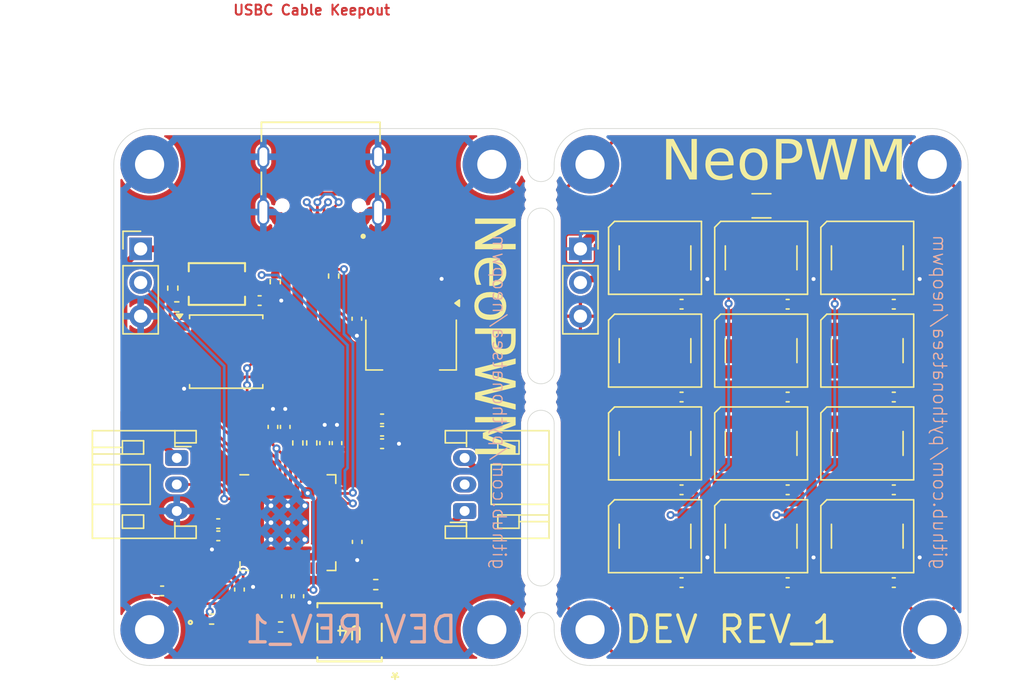
<source format=kicad_pcb>
(kicad_pcb (version 20241229) (generator "pcbnew") (generator_version "9.0")
  (layers (0 "F.Cu" signal) (2 "B.Cu" signal) (13 "F.Paste" user) (15 "B.Paste" user) (5 "F.SilkS" user "F.Silkscreen") (7 "B.SilkS" user "B.Silkscreen") (1 "F.Mask" user) (3 "B.Mask" user) (25 "Edge.Cuts" user))
  (net 0 "")
  (net 2 "+3V3")
  (net 3 "+1V1")
  (net 4 "Net-(C15-Pad2)")
  (net 5 "/RP2040 Circuitry/XIN")
  (net 6 "USB D+")
  (net 8 "USB D-")
  (net 20 "/PWM Signal")
  (net 21 "/PWM 5v")
  (net 22 "/PWM GND")
  (net 26 "Net-(R3-Pad1)")
  (net 33 "/RP2040 Circuitry/XOUT")
  (net 35 "Net-(R5-Pad2)")
  (net 36 "PWM Signal GPIO")
  (net 38 "Net-(U1-USB_DP)")
  (net 39 "Net-(U1-USB_DM)")
  (net 41 "/RP2040 Circuitry/FLASH_3")
  (net 43 "/RP2040 Circuitry/FLASH_1")
  (net 46 "/RP2040 Circuitry/FLASH_0")
  (net 47 "/RP2040 Circuitry/FLASH_2")
  (net 48 "/RP2040 Circuitry/FLASH_CLK")
  (net 49 "NeoPixel Signal")
  (net 52 "VBUS")
  (net 54 "GND")
  (net 55 "/RP2040 Circuitry/FLASH_SS")
  (net 56 "/RP2040 Circuitry/ADC3")
  (net 57 "/RP2040 Circuitry/ADC2")
  (net 58 "Daughter Ground")
  (net 59 "Net-(D1-DIN)")
  (net 60 "Net-(D5-DOUT)")
  (net 61 "Light bar Signal")
  (net 62 "Net-(D1-DOUT)")
  (net 63 "Net-(D2-DOUT)")
  (net 64 "Net-(D3-DOUT)")
  (net 65 "Net-(D4-DOUT)")
  (net 66 "Net-(D6-DOUT)")
  (net 67 "Net-(D7-DOUT)")
  (net 68 "Net-(D8-DOUT)")
  (net 69 "Net-(D10-DIN)")
  (net 70 "Net-(D10-DOUT)")
  (net 71 "Net-(D11-DOUT)")
  (net 73 "Daughter 5V")
  (footprint "Capacitor_SMD:C_0402_1005Metric" (layer "F.Cu") (at 90.52 105.15)
    (property "Reference" "C16" (hide yes))
    (property "Value" "15p")
  )
  (footprint "Connector_PinHeader_2.54mm:PinHeader_1x03_P2.54mm_Vertical" (layer "F.Cu") (at 88.9 79.35)
    (property "Reference" "J4" (hide yes))
    (property "Value" "Light Bar Connector (main)")
  )
  (footprint "Capacitor_SMD:C_0402_1005Metric" (layer "F.Cu") (at 98.875 92.78 90)
    (property "Reference" "C12" (hide yes))
    (property "Value" "100n")
  )
  (footprint "LED_SMD:LED_SK6812_PLCC4_5.0x5.0mm_P3.2mm" (layer "F.Cu") (at 143.675 87.025)
    (property "Reference" "D10" (hide yes))
    (property "Value" "SK6812")
  )
  (footprint "Capacitor_SMD:C_0402_1005Metric" (layer "F.Cu") (at 94.75 100.075 180)
    (property "Reference" "C11" (hide yes))
    (property "Value" "100n")
  )
  (footprint "Capacitor_SMD:C_0402_1005Metric" (layer "F.Cu") (at 129.675 83.525)
    (property "Reference" "C17" (hide yes))
    (property "Value" "100n")
  )
  (footprint "Capacitor_SMD:C_0402_1005Metric" (layer "F.Cu") (at 145.675 90.525)
    (property "Reference" "C26" (hide yes))
    (property "Value" "100n")
  )
  (footprint "Package_TO_SOT_SMD:SOT-223-3_TabPin2" (layer "F.Cu") (at 109.2875 86.575 -90)
    (property "Reference" "U2" (hide yes))
    (property "Value" "NCP1117-3.3_SOT223")
  )
  (footprint "Capacitor_SMD:C_0402_1005Metric" (layer "F.Cu") (at 137.675 90.525)
    (property "Reference" "C22" (hide yes))
    (property "Value" "100n")
  )
  (footprint "Capacitor_SMD:C_1206_3216Metric" (layer "F.Cu") (at 135.7 76.1)
    (property "Reference" "C29" (hide yes))
    (property "Value" "100u")
  )
  (footprint "LED_SMD:LED_SK6812_PLCC4_5.0x5.0mm_P3.2mm" (layer "F.Cu") (at 143.675 80.025)
    (property "Reference" "D9" (hide yes))
    (property "Value" "SK6812")
  )
  (footprint "MountingHole:MountingHole_2.2mm_M2_Pad" (layer "F.Cu") (at 89.575 72.975)
    (property "Reference" "H2" (hide yes))
    (property "Value" "MountingHole_Pad")
  )
  (footprint "Capacitor_SMD:C_0402_1005Metric" (layer "F.Cu") (at 96.35 105.05 90)
    (property "Reference" "C15" (hide yes))
    (property "Value" "15p")
  )
  (footprint "LED_SMD:LED_SK6812_PLCC4_5.0x5.0mm_P3.2mm" (layer "F.Cu") (at 127.675 87.025)
    (property "Reference" "D2" (hide yes))
    (property "Value" "SK6812")
  )
  (footprint "Resistor_SMD:R_0402_1005Metric" (layer "F.Cu") (at 103.45 81.4 -90)
    (property "Reference" "R2" (hide yes))
    (property "Value" "5.1k")
  )
  (footprint "Capacitor_SMD:C_0402_1005Metric" (layer "F.Cu") (at 103.7 94 90)
    (property "Reference" "C3" (hide yes))
    (property "Value" "1u")
  )
  (footprint "LED_SMD:LED_SK6812_PLCC4_5.0x5.0mm_P3.2mm" (layer "F.Cu") (at 135.675 94.025)
    (property "Reference" "D7" (hide yes))
    (property "Value" "SK6812")
  )
  (footprint "MountingHole:MountingHole_2.2mm_M2_Pad" (layer "F.Cu") (at 115.375 72.975)
    (property "Reference" "H1" (hide yes))
    (property "Value" "MountingHole_Pad")
  )
  (footprint "Capacitor_SMD:C_0402_1005Metric" (layer "F.Cu") (at 102.775 94 90)
    (property "Reference" "C10" (hide yes))
    (property "Value" "1u")
  )
  (footprint "Connector_JST:JST_PH_S3B-PH-K_1x03_P2.00mm_Horizontal" (layer "F.Cu") (at 113.325 99.125 90)
    (property "Reference" "J2" (hide yes))
    (property "Value" "PWM Input")
  )
  (footprint "Connector_JST:JST_PH_S3B-PH-K_1x03_P2.00mm_Horizontal" (layer "F.Cu") (at 91.625 95.125 -90)
    (property "Reference" "J3" (hide yes))
    (property "Value" "NeoPixel Connector")
  )
  (footprint "LED_SMD:LED_SK6812_PLCC4_5.0x5.0mm_P3.2mm" (layer "F.Cu") (at 135.675 101.025)
    (property "Reference" "D8" (hide yes))
    (property "Value" "SK6812")
  )
  (footprint "Capacitor_SMD:C_0402_1005Metric" (layer "F.Cu") (at 145.675 97.525)
    (property "Reference" "C27" (hide yes))
    (property "Value" "100n")
  )
  (footprint "RP2040_minimal_r2:RP2040-QFN-56" (layer "F.Cu") (at 100 100)
    (property "Reference" "U1" (hide yes))
    (property "Value" "RP2040")
  )
  (footprint "Resistor_SMD:R_0402_1005Metric" (layer "F.Cu") (at 99.05 81.825 -90)
    (property "Reference" "R1" (hide yes))
    (property "Value" "5.1k")
  )
  (footprint "MountingHole:MountingHole_2.2mm_M2_Pad" (layer "F.Cu") (at 148.575 108.075)
    (property "Reference" "H6" (hide yes))
    (property "Value" "MountingHole_Pad")
  )
  (footprint "LED_SMD:LED_SK6812_PLCC4_5.0x5.0mm_P3.2mm" (layer "F.Cu") (at 143.675 94.025)
    (property "Reference" "D11" (hide yes))
    (property "Value" "SK6812")
  )
  (footprint "LTV-357T:LTV-357T_LTO" (layer "F.Cu") (at 104.65 108.275 180)
    (property "Reference" "U4")
    (property "Value" "LTV-357T")
  )
  (footprint "Resistor_SMD:R_0402_1005Metric" (layer "F.Cu") (at 99.45 107.875)
    (property "Reference" "R6" (hide yes))
    (property "Value" "4.7k")
  )
  (footprint "footprints:ABM8-272-T3_ABR" (layer "F.Cu") (at 93.75 104.425001 90)
    (property "Reference" "X1" (hide yes))
    (property "Value" "ABM8-272-T3")
  )
  (footprint "LED_SMD:LED_SK6812_PLCC4_5.0x5.0mm_P3.2mm" (layer "F.Cu") (at 135.675 87.025)
    (property "Reference" "D6" (hide yes))
    (property "Value" "SK6812")
  )
  (footprint "jank:mouse-bite-2mm-slot" (layer "F.Cu") (at 119.075 90.525 90)
    (property "Reference" "mouse-bite-2mm-slot" (hide yes))
    (property "Value" "VAL**" (hide yes))
    (fp_arc (start -2 -1) (mid -1 0) (end -2 1) (stroke (width 0.05)) (layer "Edge.Cuts"))
    (fp_arc (start 2 1) (mid 1 0) (end 2 -1) (stroke (width 0.05)) (layer "Edge.Cuts"))
  )
  (footprint "Capacitor_SMD:C_0402_1005Metric" (layer "F.Cu") (at 137.675 97.525)
    (property "Reference" "C23" (hide yes))
    (property "Value" "100n")
  )
  (footprint "TS-1088-AR02016:SW_TS-1088_XNP-L" (layer "F.Cu") (at 94.65 82 180)
    (property "Reference" "SW1" (hide yes))
    (property "Value" "SW_Push")
  )
  (footprint "LED_SMD:LED_SK6812_PLCC4_5.0x5.0mm_P3.2mm" (layer "F.Cu") (at 143.675 101.025)
    (property "Reference" "D12" (hide yes))
    (property "Value" "SK6812")
  )
  (footprint "Capacitor_SMD:C_0402_1005Metric" (layer "F.Cu") (at 105.225 101.455 -90)
    (property "Reference" "C8" (hide yes))
    (property "Value" "100n")
  )
  (footprint "Capacitor_SMD:C_0402_1005Metric" (layer "F.Cu") (at 100.825 105.55 -90)
    (property "Reference" "C13" (hide yes))
    (property "Value" "100n")
  )
  (footprint "Capacitor_SMD:C_0402_1005Metric" (layer "F.Cu") (at 137.675 83.525)
    (property "Reference" "C21" (hide yes))
    (property "Value" "100n")
  )
  (footprint "Capacitor_SMD:C_0402_1005Metric" (layer "F.Cu") (at 129.675 97.525)
    (property "Reference" "C19" (hide yes))
    (property "Value" "100n")
  )
  (footprint "Capacitor_SMD:C_0402_1005Metric" (layer "F.Cu") (at 107.1 93.1)
    (property "Reference" "C6" (hide yes))
    (property "Value" "100n")
  )
  (footprint "Capacitor_SMD:C_0402_1005Metric" (layer "F.Cu") (at 94.755 101 180)
    (property "Reference" "C14" (hide yes))
    (property "Value" "100n")
  )
  (footprint "Connector_PinSocket_2.54mm:PinSocket_1x03_P2.54mm_Vertical" (layer "F.Cu") (at 122.05 79.35)
    (property "Reference" "J5" (hide yes))
    (property "Value" "Light Bar Connector (daughter)")
  )
  (footprint "Resistor_SMD:R_0402_1005Metric" (layer "F.Cu") (at 91.625 83.725 180)
    (property "Reference" "R9" (hide yes))
    (property "Value" "10k")
  )
  (footprint "Capacitor_SMD:C_0402_1005Metric" (layer "F.Cu") (at 97.87 83.25)
    (property "Reference" "C9" (hide yes))
    (property "Value" "100n")
  )
  (footprint "LED_SMD:LED_SK6812_PLCC4_5.0x5.0mm_P3.2mm" (layer "F.Cu") (at 127.675 94.025)
    (property "Reference" "D3" (hide yes))
    (property "Value" "SK6812")
  )
  (footprint "Capacitor_SMD:C_0402_1005Metric" (layer "F.Cu") (at 107.1 92.175)
    (property "Reference" "C2" (hide yes))
    (property "Value" "10u")
  )
  (footprint "Package_SO:SOIC-8_5.3x5.3mm_P1.27mm" (layer "F.Cu") (at 95.35 87.1)
    (property "Reference" "U3" (hide yes))
    (property "Value" "W25Q128JVS")
  )
  (footprint "jank:mouse-bite-2mm-slot" (layer "F.Cu") (at 119.075 75.275 90)
    (property "Reference" "mouse-bite-2mm-slot" (hide yes))
    (property "Value" "VAL**" (hide yes))
    (fp_arc (start -2 -1) (mid -1 0) (end -2 1) (stroke (width 0.05)) (layer "Edge.Cuts"))
    (fp_arc (start 2 1) (mid 1 0) (end 2 -1) (stroke (width 0.05)) (layer "Edge.Cuts"))
  )
  (footprint "MountingHole:MountingHole_2.2mm_M2_Pad" (layer "F.Cu") (at 148.575 72.975)
    (property "Reference" "H5" (hide yes))
    (property "Value" "MountingHole_Pad")
  )
  (footprint "Capacitor_SMD:C_0402_1005Metric" (layer "F.Cu") (at 145.675 104.525)
    (property "Reference" "C28" (hide yes))
    (property "Value" "100n")
  )
  (footprint "Capacitor_SMD:C_0402_1005Metric" (layer "F.Cu") (at 105.2 84.62 -90)
    (property "Reference" "C1" (hide yes))
    (property "Value" "10u")
  )
  (footprint "Capacitor_SMD:C_0402_1005Metric" (layer "F.Cu") (at 99.8 92.78 90)
    (property "Reference" "C4" (hide yes))
    (property "Value" "100n")
  )
  (footprint "LED_SMD:LED_SK6812_PLCC4_5.0x5.0mm_P3.2mm" (layer "F.Cu") (at 127.675 80.025)
    (property "Reference" "D1" (hide yes))
    (property "Value" "SK6812")
  )
  (footprint "MountingHole:MountingHole_2.2mm_M2_Pad" (layer "F.Cu") (at 115.375 108.075)
    (property "Reference" "H4" (hide yes))
    (property "Value" "MountingHole_Pad")
  )
  (footprint "LED_SMD:LED_SK6812_PLCC4_5.0x5.0mm_P3.2mm" (layer "F.Cu") (at 127.675 101.025)
    (property "Reference" "D4" (hide yes))
    (property "Value" "SK6812")
  )
  (footprint "LED_SMD:LED_SK6812_PLCC4_5.0x5.0mm_P3.2mm" (layer "F.Cu") (at 135.675 80.025)
    (property "Reference" "D5" (hide yes))
    (property "Value" "SK6812")
  )
  (footprint "MountingHole:MountingHole_2.2mm_M2_Pad" (layer "F.Cu") (at 89.575 108.075)
    (property "Reference" "H3" (hide yes))
    (property "Value" "MountingHole_Pad")
  )
  (footprint "jank:mouse-bite-2mm-slot" (layer "F.Cu") (at 119.075 105.775 90)
    (property "Reference" "mouse-bite-2mm-slot" (hide yes))
    (property "Value" "VAL**" (hide yes))
    (fp_arc (start -2 -1) (mid -1 0) (end -2 1) (stroke (width 0.05)) (layer "Edge.Cuts"))
    (fp_arc (start 2 1) (mid 1 0) (end 2 -1) (stroke (width 0.05)) (layer "Edge.Cuts"))
  )
  (footprint "Resistor_SMD:R_0402_1005Metric" (layer "F.Cu") (at 106.625 104.675 180)
    (property "Reference" "R5" (hide yes))
    (property "Value" "470")
  )
  (footprint "usb-c:HRO_TYPE-C-31-M-12" (layer "F.Cu") (at 102.475 72.4 180)
    (property "Reference" "J1" (hide yes))
    (property "Value" "TYPE-C-31-M-12")
  )
  (footprint "Capacitor_SMD:C_0402_1005Metric" (layer "F.Cu") (at 137.675 104.525)
    (property "Reference" "C24" (hide yes))
    (property "Value" "100n")
  )
  (footprint "Capacitor_SMD:C_0402_1005Metric" (layer "F.Cu") (at 129.675 104.525)
    (property "Reference" "C20" (hide yes))
    (property "Value" "100n")
  )
  (footprint "Capacitor_SMD:C_0402_1005Metric" (layer "F.Cu") (at 145.675 83.525)
    (property "Reference" "C25" (hide yes))
    (property "Value" "100n")
  )
  (footprint "Resistor_SMD:R_0402_1005Metric" (layer "F.Cu") (at 101.8 93.99 90)
    (property "Reference" "R8" (hide yes))
    (property "Value" "27")
  )
  (footprint "Capacitor_SMD:C_0402_1005Metric" (layer "F.Cu") (at 99.9 105.555 -90)
    (property "Reference" "C5" (hide yes))
    (property "Value" "100n")
  )
  (footprint "Resistor_SMD:R_0402_1005Metric" (layer "F.Cu") (at 100.75 93.99 90)
    (property "Reference" "R7" (hide yes))
    (property "Value" "27")
  )
  (footprint "MountingHole:MountingHole_2.2mm_M2_Pad" (layer "F.Cu") (at 122.775 72.975)
    (property "Reference" "H8" (hide yes))
    (property "Value" "MountingHole_Pad")
  )
  (footprint "MountingHole:MountingHole_2.2mm_M2_Pad" (layer "F.Cu") (at 122.775 108.075)
    (property "Reference" "H7" (hide yes))
    (property "Value" "MountingHole_Pad")
  )
  (footprint "Capacitor_SMD:C_0402_1005Metric" (layer "F.Cu") (at 107.1 94.05)
    (property "Reference" "C7" (hide yes))
    (property "Value" "100n")
  )
  (footprint "Resistor_SMD:R_0402_1005Metric" (layer "F.Cu") (at 91.325 82.31 -90)
    (property "Reference" "R3" (hide yes))
    (property "Value" "1k")
  )
  (footprint "Capacitor_SMD:C_0402_1005Metric" (layer "F.Cu") (at 129.675 90.525)
    (property "Reference" "C18" (hide yes))
    (property "Value" "100n")
  )
  (footprint "Resistor_SMD:R_0402_1005Metric" (layer "F.Cu") (at 94.25 107.275)
    (property "Reference" "R4" (hide yes))
    (property "Value" "1k")
  )
  (gr_line (start 148.575 110.775) (end 122.775 110.775) (stroke (width 0.05)) (layer "Edge.Cuts"))
  (gr_line (start 120.075 88.525) (end 120.075 77.275) (stroke (width 0.05)) (layer "Edge.Cuts"))
  (gr_line (start 122.775 70.275) (end 148.575 70.275) (stroke (width 0.05)) (layer "Edge.Cuts"))
  (gr_arc (start 122.775 110.775) (mid 120.865812 109.984188) (end 120.075 108.075) (stroke (width 0.05)) (layer "Edge.Cuts"))
  (gr_line (start 120.075 108.075) (end 120.075 107.775) (stroke (width 0.05)) (layer "Edge.Cuts"))
  (gr_line (start 86.875 72.975) (end 86.875 108.075) (stroke (width 0.05)) (layer "Edge.Cuts"))
  (gr_arc (start 89.575 110.775) (mid 87.665812 109.984188) (end 86.875 108.075) (stroke (width 0.05)) (layer "Edge.Cuts"))
  (gr_arc (start 86.875 72.975) (mid 87.665812 71.065812) (end 89.575 70.275) (stroke (width 0.05)) (layer "Edge.Cuts"))
  (gr_line (start 120.075 72.975) (end 120.075 73.275) (stroke (width 0.05)) (layer "Edge.Cuts"))
  (gr_arc (start 148.575 70.275) (mid 150.484188 71.065812) (end 151.275 72.975) (stroke (width 0.05)) (layer "Edge.Cuts"))
  (gr_line (start 89.575 110.775) (end 115.375 110.775) (stroke (width 0.05)) (layer "Edge.Cuts"))
  (gr_line (start 151.275 72.975) (end 151.275 108.075) (stroke (width 0.05)) (layer "Edge.Cuts"))
  (gr_line (start 118.075 77.275) (end 118.075 88.525) (stroke (width 0.05)) (layer "Edge.Cuts"))
  (gr_line (start 120.075 103.775) (end 120.075 92.525) (stroke (width 0.05)) (layer "Edge.Cuts"))
  (gr_line (start 118.075 92.525) (end 118.075 103.775) (stroke (width 0.05)) (layer "Edge.Cuts"))
  (gr_line (start 118.075 108.075) (end 118.075 107.775) (stroke (width 0.05)) (layer "Edge.Cuts"))
  (gr_arc (start 118.075 108.075) (mid 117.284188 109.984188) (end 115.375 110.775) (stroke (width 0.05)) (layer "Edge.Cuts"))
  (gr_arc (start 115.375 70.275) (mid 117.284188 71.065812) (end 118.075 72.975) (stroke (width 0.05)) (layer "Edge.Cuts"))
  (gr_line (start 115.375 70.275) (end 89.575 70.275) (stroke (width 0.05)) (layer "Edge.Cuts"))
  (gr_line (start 118.075 72.975) (end 118.075 73.275) (stroke (width 0.05)) (layer "Edge.Cuts"))
  (gr_arc (start 151.275 108.075) (mid 150.484188 109.984188) (end 148.575 110.775) (stroke (width 0.05)) (layer "Edge.Cuts"))
  (gr_arc (start 120.075 72.975) (mid 120.865812 71.065812) (end 122.775 70.275) (stroke (width 0.05)) (layer "Edge.Cuts"))
  (gr_text "USBC Cable Keepout" (at 95.8 61.775 0) (layer "F.Cu") (effects (font (size 0.75 0.75) (thickness 0.15) (bold yes)) (justify left bottom)))
  (gr_text "NeoPWM" (at 128.1 74.625 0) (layer "F.SilkS") (effects (font (size 3 3) (thickness 0.1)) (justify left bottom)))
  (gr_text "NeoPWM" (at 113.6 76.65 270) (layer "F.SilkS") (effects (font (size 3 3) (thickness 0.1)) (justify left bottom)))
  (gr_text "DEV REV_1" (at 125.225 109.225 0) (layer "F.SilkS") (effects (font (size 2 2) (thickness 0.25)) (justify left bottom)))
  (gr_text "github.com/pythonatsea/neopwm" (at 148.55 103.625 270) (layer "B.SilkS") (effects (font (size 1 1) (thickness 0.1)) (justify left bottom mirror)))
  (gr_text "DEV REV_1" (at 112.925 109.25 0) (layer "B.SilkS") (effects (font (size 2 2) (thickness 0.25)) (justify left bottom mirror)))
  (gr_text "github.com/pythonatsea/neopwm" (at 115.35 103.625 270) (layer "B.SilkS") (effects (font (size 1 1) (thickness 0.1)) (justify left bottom mirror)))
  (segment (start 103.4375 101) (end 102.65 101) (width 0.2) (layer "F.Cu") (net 2))
  (segment (start 99.8 93.26) (end 99.8 94.49034) (width 0.2) (layer "F.Cu") (net 2))
  (segment (start 100.2 97.097774) (end 100.2 96.5625) (width 0.2) (layer "F.Cu") (net 2))
  (segment (start 102.2 96.5625) (end 102.2 97.625) (width 0.2) (layer "F.Cu") (net 2))
  (segment (start 109.2875 83.425) (end 109.2875 85.6125) (width 0.8) (layer "F.Cu") (net 2))
  (segment (start 96.5625 101) (end 95.235 101) (width 0.2) (layer "F.Cu") (net 2))
  (segment (start 100.2 95.05) (end 100.2 94.89034) (width 0.2) (layer "F.Cu") (net 2))
  (segment (start 100.6 96.5625) (end 100.6 95.45) (width 0.2) (layer "F.Cu") (net 2))
  (segment (start 99.8 94.49034) (end 100.2 94.89034) (width 0.2) (layer "F.Cu") (net 2))
  (segment (start 96.5625 97.4) (end 99.897774 97.4) (width 0.2) (layer "F.Cu") (net 2))
  (segment (start 99.897774 97.4) (end 100.2 97.097774) (width 0.2) (layer "F.Cu") (net 2))
  (segment (start 100.2 104.775) (end 99.9 105.075) (width 0.2) (layer "F.Cu") (net 2))
  (segment (start 103.4375 97.4) (end 103.4375 96.3125) (width 0.2) (layer "F.Cu") (net 2))
  (segment (start 100.2 94.89034) (end 100.2 96.5625) (width 0.2) (layer "F.Cu") (net 2))
  (segment (start 100.6 95.45) (end 100.2 95.05) (width 0.2) (layer "F.Cu") (net 2))
  (segment (start 102.2 97.625) (end 102.3 97.725) (width 0.2) (layer "F.Cu") (net 2))
  (segment (start 100.2 103.4375) (end 100.2 104.775) (width 0.2) (layer "F.Cu") (net 2))
  (segment (start 95.23 100.995) (end 95.235 101) (width 0.5) (layer "F.Cu") (net 2))
  (segment (start 95.23 100.075) (end 95.23 100.995) (width 0.5) (layer "F.Cu") (net 2))
  (segment (start 99.8 95.05744) (end 99.14628 94.40372) (width 0.2) (layer "F.Cu") (net 3))
  (segment (start 101.8 95.455) (end 101.8 96.5625) (width 0.2) (layer "F.Cu") (net 3))
  (segment (start 101.8 97.475) (end 101.5 97.775) (width 0.2) (layer "F.Cu") (net 3))
  (segment (start 99.8 96.5625) (end 99.8 95.05744) (width 0.2) (layer "F.Cu") (net 3))
  (segment (start 100.825 105.07) (end 100.6 104.845) (width 0.2) (layer "F.Cu") (net 3))
  (segment (start 98.875 94.13244) (end 98.875 93.26) (width 0.2) (layer "F.Cu") (net 3))
  (segment (start 99.14628 94.40372) (end 98.875 94.13244) (width 0.2) (layer "F.Cu") (net 3))
  (segment (start 101.925 105.075) (end 100.83 105.075) (width 0.2) (layer "F.Cu") (net 3))
  (segment (start 100.83 105.075) (end 100.825 105.07) (width 0.2) (layer "F.Cu") (net 3))
  (segment (start 101.8 96.5625) (end 101.8 97.475) (width 0.2) (layer "F.Cu") (net 3))
  (segment (start 100.6 104.845) (end 100.6 103.4375) (width 0.2) (layer "F.Cu") (net 3))
  (segment (start 102.775 94.48) (end 101.8 95.455) (width 0.2) (layer "F.Cu") (net 3))
  (via (at 101.925 105.075) (size 0.6) (drill 0.3) (layers "F.Cu" "B.Cu") (net 3))
  (via (at 99.14628 94.40372) (size 0.6) (drill 0.3) (layers "F.Cu" "B.Cu") (net 3))
  (via (at 101.5 97.775) (size 0.6) (drill 0.3) (layers "F.Cu" "B.Cu") (net 3))
  (segment (start 99.14628 94.40372) (end 99.14628 95.42128) (width 0.3) (layer "B.Cu") (net 3))
  (segment (start 99.14628 95.42128) (end 101.5 97.775) (width 0.3) (layer "B.Cu") (net 3))
  (segment (start 101.926 105.074) (end 101.925 105.075) (width 0.2) (layer "B.Cu") (net 3))
  (segment (start 101.926 98.201) (end 101.5 97.775) (width 0.3) (layer "B.Cu") (net 3))
  (segment (start 101.926 98.201) (end 101.926 105.074) (width 0.2) (layer "B.Cu") (net 3))
  (segment (start 96.625 104.295) (end 96.35 104.57) (width 0.2) (layer "F.Cu") (net 4))
  (segment (start 96.35 104.57) (end 95.405 103.625) (width 0.4) (layer "F.Cu") (net 4))
  (segment (start 96.625 103.7) (end 96.625 104.295) (width 0.2) (layer "F.Cu") (net 4))
  (segment (start 93.74 107.085557) (end 94.114558 106.710999) (width 0.2) (layer "F.Cu") (net 4))
  (segment (start 93.74 107.275) (end 93.74 107.085557) (width 0.2) (layer "F.Cu") (net 4))
  (segment (start 95.405 103.625) (end 94.85 103.625) (width 0.4) (layer "F.Cu") (net 4))
  (via (at 94.114558 106.710999) (size 0.6) (drill 0.3) (layers "F.Cu" "B.Cu") (net 4))
  (via (at 96.625 103.7) (size 0.6) (drill 0.3) (layers "F.Cu" "B.Cu") (net 4))
  (segment (start 94.114558 106.710999) (end 94.114558 106.210442) (width 0.2) (layer "B.Cu") (net 4))
  (segment (start 94.114558 106.210442) (end 96.625 103.7) (width 0.2) (layer "B.Cu") (net 4))
  (segment (start 93.535998 106.111) (end 97.314 106.111) (width 0.2) (layer "F.Cu") (net 5))
  (segment (start 97.314 106.111) (end 99.4 104.025) (width 0.2) (layer "F.Cu") (net 5))
  (segment (start 92.574998 105.15) (end 92.65 105.225002) (width 0.3) (layer "F.Cu") (net 5))
  (segment (start 92.65 105.225002) (end 93.535998 106.111) (width 0.2) (layer "F.Cu") (net 5))
  (segment (start 92.649998 105.225) (end 92.65 105.225002) (width 0.4) (layer "F.Cu") (net 5))
  (segment (start 99.4 104.025) (end 99.4 103.4375) (width 0.2) (layer "F.Cu") (net 5))
  (segment (start 91 105.15) (end 92.574998 105.15) (width 0.3) (layer "F.Cu") (net 5))
  (segment (start 102.725 77.15) (end 102.725 78.575) (width 0.3) (layer "F.Cu") (net 6))
  (segment (start 102.976 79.341462) (end 102.976 78.321) (width 0.8) (layer "F.Cu") (net 6))
  (segment (start 102.725 77.15) (end 102.725 76.174943) (width 0.2) (layer "F.Cu") (net 6))
  (segment (start 101.800001 80.517461) (end 101.8 93.48) (width 0.8) (layer "F.Cu") (net 6))
  (segment (start 101.800001 80.517461) (end 102.976 79.341462) (width 0.8) (layer "F.Cu") (net 6))
  (segment (start 101.424997 75.87494) (end 101.424997 75.825) (width 0.2) (layer "F.Cu") (net 6))
  (segment (start 102.725 76.174943) (end 103.025003 75.87494) (width 0.2) (layer "F.Cu") (net 6))
  (segment (start 101.725 77.15) (end 101.725 76.174943) (width 0.2) (layer "F.Cu") (net 6))
  (segment (start 101.8 93.48) (end 101.800001 93.479999) (width 0.85) (layer "F.Cu") (net 6))
  (segment (start 103.025003 75.87494) (end 103.025003 75.825) (width 0.2) (layer "F.Cu") (net 6))
  (segment (start 101.725 76.174943) (end 101.424997 75.87494) (width 0.2) (layer "F.Cu") (net 6))
  (via (at 101.424997 75.825) (size 0.6) (drill 0.3) (layers "F.Cu" "B.Cu") (net 6))
  (via (at 103.025003 75.825) (size 0.6) (drill 0.3) (layers "F.Cu" "B.Cu") (net 6))
  (segment (start 102.473943 76.426) (end 101.976057 76.426) (width 0.2) (layer "B.Cu") (net 6))
  (segment (start 103.025003 75.87494) (end 102.473943 76.426) (width 0.2) (layer "B.Cu") (net 6))
  (segment (start 101.976057 76.426) (end 101.424997 75.87494) (width 0.2) (layer "B.Cu") (net 6))
  (segment (start 103.025003 75.825) (end 103.025003 75.87494) (width 0.2) (layer "B.Cu") (net 6))
  (segment (start 101.424997 75.87494) (end 101.424997 75.825) (width 0.2) (layer "B.Cu") (net 6))
  (segment (start 103.225 76.474946) (end 103.825006 75.87494) (width 0.2) (layer "F.Cu") (net 8))
  (segment (start 103.825006 75.87494) (end 103.825006 75.825) (width 0.2) (layer "F.Cu") (net 8))
  (segment (start 102.225 77.15) (end 102.225 75.825) (width 0.2) (layer "F.Cu") (net 8))
  (segment (start 101.974 78.321) (end 101.974 78.886074) (width 0.8) (layer "F.Cu") (net 8))
  (segment (start 101.974 78.886074) (end 100.75 80.110074) (width 0.8) (layer "F.Cu") (net 8))
  (segment (start 100.75 80.110074) (end 100.75 93.48) (width 0.8) (layer "F.Cu") (net 8))
  (segment (start 103.225 77.15) (end 103.225 76.474946) (width 0.2) (layer "F.Cu") (net 8))
  (segment (start 100.75 93.48) (end 100.749999 93.479999) (width 0.85) (layer "F.Cu") (net 8))
  (segment (start 102.225 77.15) (end 102.225 78.575) (width 0.3) (layer "F.Cu") (net 8))
  (via (at 103.825006 75.825) (size 0.6) (drill 0.3) (layers "F.Cu" "B.Cu") (net 8))
  (via (at 102.225 75.825) (size 0.6) (drill 0.3) (layers "F.Cu" "B.Cu") (net 8))
  (segment (start 103.825006 75.77506) (end 103.825006 75.825) (width 0.2) (layer "B.Cu") (net 8))
  (segment (start 102.225 75.825) (end 102.225 75.77506) (width 0.2) (layer "B.Cu") (net 8))
  (segment (start 103.273946 75.224) (end 103.825006 75.77506) (width 0.2) (layer "B.Cu") (net 8))
  (segment (start 102.225 75.77506) (end 102.77606 75.224) (width 0.2) (layer "B.Cu") (net 8))
  (segment (start 102.77606 75.224) (end 103.273946 75.224) (width 0.2) (layer "B.Cu") (net 8))
  (segment (start 107.775 104.675) (end 113.325 99.125) (width 0.5) (layer "F.Cu") (net 20))
  (segment (start 107.135 104.675) (end 107.775 104.675) (width 0.5) (layer "F.Cu") (net 20))
  (segment (start 114.601 96.401) (end 114.601 100.229) (width 0.5) (layer "F.Cu") (net 22))
  (segment (start 114.601 100.229) (end 107.825 107.005) (width 0.5) (layer "F.Cu") (net 22))
  (segment (start 113.325 95.125) (end 114.601 96.401) (width 0.5) (layer "F.Cu") (net 22))
  (segment (start 92.4406 82.025) (end 92.4656 82) (width 0.3) (layer "F.Cu") (net 26))
  (segment (start 92.4656 82) (end 91.525 82) (width 0.3) (layer "F.Cu") (net 26))
  (segment (start 91.525 82) (end 91.325 81.8) (width 0.3) (layer "F.Cu") (net 26))
  (segment (start 96.7171 107.275) (end 99.8 104.1921) (width 0.2) (layer "F.Cu") (net 33))
  (segment (start 99.8 104.1921) (end 99.8 103.4375) (width 0.2) (layer "F.Cu") (net 33))
  (segment (start 94.76 107.275) (end 96.7171 107.275) (width 0.2) (layer "F.Cu") (net 33))
  (segment (start 106.115 104.675) (end 106.115 107.835) (width 0.5) (layer "F.Cu") (net 35))
  (segment (start 106.115 107.835) (end 107.825 109.545) (width 0.5) (layer "F.Cu") (net 35))
  (segment (start 104.176 99.551) (end 104.176 106.844) (width 0.2) (layer "F.Cu") (net 36))
  (segment (start 103.4375 99.4) (end 104.025 99.4) (width 0.2) (layer "F.Cu") (net 36))
  (segment (start 101.475 109.545) (end 101.475 109.39) (width 0.2) (layer "F.Cu") (net 36))
  (segment (start 101.475 109.39) (end 99.96 107.875) (width 0.2) (layer "F.Cu") (net 36))
  (segment (start 104.176 106.844) (end 101.475 109.545) (width 0.2) (layer "F.Cu") (net 36))
  (segment (start 104.025 99.4) (end 104.176 99.551) (width 0.2) (layer "F.Cu") (net 36))
  (segment (start 101 96.5625) (end 101 95.275) (width 0.2) (layer "F.Cu") (net 38))
  (segment (start 101 95.275) (end 100.75 95.025) (width 0.2) (layer "F.Cu") (net 38))
  (segment (start 100.75 95.025) (end 100.75 94.5) (width 0.2) (layer "F.Cu") (net 38))
  (segment (start 101.4 94.9) (end 101.4 96.5625) (width 0.2) (layer "F.Cu") (net 39))
  (segment (start 101.8 94.5) (end 101.4 94.9) (width 0.2) (layer "F.Cu") (net 39))
  (segment (start 100.001 89.519768) (end 100.001 87.39672) (width 0.2) (layer "F.Cu") (net 41))
  (segment (start 99.06928 86.465) (end 98.9375 86.465) (width 0.2) (layer "F.Cu") (net 41))
  (segment (start 97.874 91.646768) (end 100.001 89.519768) (width 0.2) (layer "F.Cu") (net 41))
  (segment (start 99.4 96.5625) (end 99.4 95.436672) (width 0.2) (layer "F.Cu") (net 41))
  (segment (start 99.4 95.436672) (end 97.874 93.910672) (width 0.2) (layer "F.Cu") (net 41))
  (segment (start 100.001 87.39672) (end 99.06928 86.465) (width 0.2) (layer "F.Cu") (net 41))
  (segment (start 97.874 93.910672) (end 97.874 91.646768) (width 0.2) (layer "F.Cu") (net 41))
  (segment (start 97.8 96.097936) (end 97.8 96.5625) (width 0.2) (layer "F.Cu") (net 43))
  (segment (start 90.699 89.365112) (end 97.016944 95.683056) (width 0.2) (layer "F.Cu") (net 43))
  (segment (start 97.38512 95.683056) (end 97.8 96.097936) (width 0.2) (layer "F.Cu") (net 43))
  (segment (start 97.016944 95.683056) (end 97.38512 95.683056) (width 0.2) (layer "F.Cu") (net 43))
  (segment (start 91.7625 86.465) (end 91.56001 86.465) (width 0.2) (layer "F.Cu") (net 43))
  (segment (start 90.699 86.716001) (end 90.699 89.365112) (width 0.2) (layer "F.Cu") (net 43))
  (segment (start 90.950001 86.465) (end 90.699 86.716001) (width 0.2) (layer "F.Cu") (net 43))
  (segment (start 91.7625 86.465) (end 90.950001 86.465) (width 0.2) (layer "F.Cu") (net 43))
  (segment (start 98.6 95.629448) (end 98.6 96.5625) (width 0.2) (layer "F.Cu") (net 46))
  (segment (start 96.374 93.403449) (end 98.6 95.629448) (width 0.2) (layer "F.Cu") (net 46))
  (segment (start 96.765768 89.005) (end 96.374 89.396768) (width 0.2) (layer "F.Cu") (net 46))
  (segment (start 96.374 89.396768) (end 96.374 93.403449) (width 0.2) (layer "F.Cu") (net 46))
  (segment (start 98.9375 89.005) (end 96.765768 89.005) (width 0.2) (layer "F.Cu") (net 46))
  (segment (start 92.826 88.66672) (end 91.89428 87.735) (width 0.2) (layer "F.Cu") (net 47))
  (segment (start 98.2 96.001548) (end 92.826 90.627548) (width 0.2) (layer "F.Cu") (net 47))
  (segment (start 92.826 90.627548) (end 92.826 88.66672) (width 0.2) (layer "F.Cu") (net 47))
  (segment (start 91.89428 87.735) (end 91.7625 87.735) (width 0.2) (layer "F.Cu") (net 47))
  (segment (start 98.2 96.5625) (end 98.2 96.001548) (width 0.2) (layer "F.Cu") (net 47))
  (segment (start 96.925 93.45806) (end 99 95.53306) (width 0.2) (layer "F.Cu") (net 48))
  (segment (start 96.925 89.625) (end 96.925 93.45806) (width 0.2) (layer "F.Cu") (net 48))
  (segment (start 97.54 87.735) (end 96.925 88.35) (width 0.2) (layer "F.Cu") (net 48))
  (segment (start 98.9375 87.735) (end 97.54 87.735) (width 0.2) (layer "F.Cu") (net 48))
  (segment (start 99 95.53306) (end 99 96.5625) (width 0.2) (layer "F.Cu") (net 48))
  (via (at 96.925 89.625) (size 0.6) (drill 0.3) (layers "F.Cu" "B.Cu") (net 48))
  (via (at 96.925 88.35) (size 0.6) (drill 0.3) (layers "F.Cu" "B.Cu") (net 48))
  (segment (start 96.925 88.35) (end 96.925 89.625) (width 0.2) (layer "B.Cu") (net 48))
  (segment (start 95.649943 97.8) (end 94.974943 97.125) (width 0.2) (layer "F.Cu") (net 49))
  (segment (start 94.974943 97.125) (end 91.625 97.125) (width 0.2) (layer "F.Cu") (net 49))
  (segment (start 96.5625 97.8) (end 95.649943 97.8) (width 0.2) (layer "F.Cu") (net 49))
  (segment (start 104.664 75.74334) (end 104.664 76.370364) (width 0.3) (layer "F.Cu") (net 52))
  (segment (start 100.773997 75.555346) (end 101.155343 75.174) (width 0.3) (layer "F.Cu") (net 52))
  (segment (start 100.773997 75.882367) (end 100.773997 75.555346) (width 0.3) (layer "F.Cu") (net 52))
  (segment (start 100.075 78.122) (end 98.847 79.35) (width 0.5) (layer "F.Cu") (net 52))
  (segment (start 87.65 91.15) (end 91.625 95.125) (width 0.5) (layer "F.Cu") (net 52))
  (segment (start 104.09466 75.174) (end 104.664 75.74334) (width 0.3) (layer "F.Cu") (net 52))
  (segment (start 104.875 76.581364) (end 104.875 77.15) (width 0.3) (layer "F.Cu") (net 52))
  (segment (start 100.075 77.15) (end 100.075 78.122) (width 0.5) (layer "F.Cu") (net 52))
  (segment (start 100.075 77.15) (end 100.075 76.581364) (width 0.3) (layer "F.Cu") (net 52))
  (segment (start 101.155343 75.174) (end 104.09466 75.174) (width 0.3) (layer "F.Cu") (net 52))
  (segment (start 88.9 79.35) (end 87.65 80.6) (width 0.5) (layer "F.Cu") (net 52))
  (segment (start 106.9875 82.575425) (end 106.9875 83.425) (width 0.5) (layer "F.Cu") (net 52))
  (segment (start 104.875 80.462925) (end 106.9875 82.575425) (width 0.5) (layer "F.Cu") (net 52))
  (segment (start 104.875 77.15) (end 104.875 80.462925) (width 0.5) (layer "F.Cu") (net 52))
  (segment (start 98.847 79.35) (end 88.9 79.35) (width 0.5) (layer "F.Cu") (net 52))
  (segment (start 105.2 84.14) (end 106.2725 84.14) (width 0.8) (layer "F.Cu") (net 52))
  (segment (start 106.2725 84.14) (end 106.9875 83.425) (width 0.8) (layer "F.Cu") (net 52))
  (segment (start 100.075 76.581364) (end 100.773997 75.882367) (width 0.3) (layer "F.Cu") (net 52))
  (segment (start 87.65 80.6) (end 87.65 91.15) (width 0.5) (layer "F.Cu") (net 52))
  (segment (start 104.664 76.370364) (end 104.875 76.581364) (width 0.3) (layer "F.Cu") (net 52))
  (segment (start 98.15 76.57) (end 98.695 76.57) (width 0.8) (layer "F.Cu") (net 54))
  (segment (start 91.495 89.005) (end 91.5 89) (width 0.2) (layer "F.Cu") (net 54))
  (segment (start 99.5 83.25) (end 98.35 83.25) (width 0.4) (layer "F.Cu") (net 54))
  (segment (start 90.04 104.840001) (end 91.255001 103.625) (width 0.4) (layer "F.Cu") (net 54))
  (segment (start 102.775 93.52) (end 102.775 92.625) (width 0.2) (layer "F.Cu") (net 54))
  (segment (start 94.27 100.075) (end 94.27 100.995) (width 0.5) (layer "F.Cu") (net 54))
  (segment (start 106.255 76.57) (end 105.776 77.049) (width 0.8) (layer "F.Cu") (net 54))
  (segment (start 91.7625 89.4875) (end 92.175 89.9) (width 0.2) (layer "F.Cu") (net 54))
  (segment (start 99.8 92.3) (end 99.8 91.425) (width 0.3) (layer "F.Cu") (net 54))
  (segment (start 96.35 105.53) (end 96.695 105.53) (width 0.4) (layer "F.Cu") (net 54))
  (segment (start 91.7625 89.005) (end 91.7625 89.4875) (width 0.2) (layer "F.Cu") (net 54))
  (segment (start 103.45 83.659999) (end 104.890001 85.1) (width 0.2) (layer "F.Cu") (net 54))
  (segment (start 101.625 106.025) (end 100.83 106.025) (width 0.5) (layer "F.Cu") (net 54))
  (segment (start 111.5875 83.425) (end 111.5875 81.6125) (width 0.8) (layer "F.Cu") (net 54))
  (segment (start 98.35 82.5441) (end 98.35 83.25) (width 0.4) (layer "F.Cu") (net 54))
  (segment (start 91.255001 103.625) (end 92.65 103.625) (width 0.4) (layer "F.Cu") (net 54))
  (segment (start 96.695 105.53) (end 97.375 104.85) (width 0.4) (layer "F.Cu") (net 54))
  (segment (start 105.776 77.049) (end 105.776 77.15) (width 0.8) (layer "F.Cu") (net 54))
  (segment (start 98.4309 82.5441) (end 98.64 82.335) (width 0.4) (layer "F.Cu") (net 54))
  (segment (start 99.174 77.049) (end 99.174 77.15) (width 0.8) (layer "F.Cu") (net 54))
  (segment (start 98.35 82.5441) (end 98.4309 82.5441) (width 0.4) (layer "F.Cu") (net 54))
  (segment (start 98.875 92.3) (end 98.875 91.425) (width 0.3) (layer "F.Cu") (net 54))
  (segment (start 98.64 82.335) (end 99.05 82.335) (width 0.4) (layer "F.Cu") (net 54))
  (segment (start 100.83 106.025) (end 100.825 106.03) (width 0.5) (layer "F.Cu") (net 54))
  (segment (start 111.8125 83.45) (end 111.8125 83.1375) (width 0.8) (layer "F.Cu") (net 54))
  (segment (start 107.58 94.05) (end 108.375 94.05) (width 0.5) (layer "F.Cu") (net 54))
  (segment (start 101.475 107.005) (end 101.475 106.175) (width 0.5) (layer "F.Cu") (net 54))
  (segment (start 94.400002 105.225002) (end 94.85 105.225002) (width 0.2) (layer "F.Cu") (net 54))
  (segment (start 103.45 81.91) (end 103.45 83.659999) (width 0.2) (layer "F.Cu") (net 54))
  (segment (start 105.2 85.1) (end 105.2 85.9) (width 0.3) (layer "F.Cu") (net 54))
  (segment (start 95.154998 105.53) (end 94.85 105.225002) (width 0.2) (layer "F.Cu") (net 54))
  (segment (start 96.35 105.53) (end 95.154998 105.53) (width 0.2) (layer "F.Cu") (net 54))
  (segment (start 107.58 92.175) (end 107.58 94.05) (width 0.5) (layer "F.Cu") (net 54))
  (segment (start 92.65 103.625) (end 92.8 103.625) (width 0.2) (layer "F.Cu") (net 54))
  (segment (start 97.8059 82) (end 98.35 82.5441) (width 0.4) (layer "F.Cu") (net 54))
  (segment (start 90.04 105.15) (end 90.04 104.840001) (width 0.4) (layer "F.Cu") (net 54))
  (segment (start 101.475 106.175) (end 101.625 106.025) (width 0.5) (layer "F.Cu") (net 54))
  (segment (start 98.695 76.57) (end 99.174 77.049) (width 0.8) (layer "F.Cu") (net 54))
  (segment (start 103.7 93.52) (end 103.7 92.625) (width 0.2) (layer "F.Cu") (net 54))
  (segment (start 94.27 100.995) (end 94.275 101) (width 0.5) (layer "F.Cu") (net 54))
  (segment (start 106.8 76.57) (end 106.255 76.57) (width 0.8) (layer "F.Cu") (net 54))
  (segment (start 104.890001 85.1) (end 105.2 85.1) (width 0.2) (layer "F.Cu") (net 54))
  (segment (start 99.905 106.03) (end 99.9 106.035) (width 0.5) (layer "F.Cu") (net 54))
  (segment (start 96.8344 82) (end 97.8059 82) (width 0.4) (layer "F.Cu") (net 54))
  (segment (start 92.8 103.625) (end 94.400002 105.225002) (width 0.2) (layer "F.Cu") (net 54))
  (segment (start 100.825 106.03) (end 99.905 106.03) (width 0.5) (layer "F.Cu") (net 54))
  (segment (start 94.275 101) (end 94.275 102.025) (width 0.5) (layer "F.Cu") (net 54))
  (segment (start 105.225 101.935) (end 105.225 102.825) (width 0.3) (layer "F.Cu") (net 54))
  (via (at 105.2 85.9) (size 0.6) (drill 0.3) (layers "F.Cu" "B.Cu") (net 54))
  (via (at 98.875 91.425) (size 0.6) (drill 0.3) (layers "F.Cu" "B.Cu") (net 54))
  (via (at 105.225 102.825) (size 0.6) (drill 0.3) (layers "F.Cu" "B.Cu") (net 54))
  (via (at 103.7 92.625) (size 0.6) (drill 0.3) (layers "F.Cu" "B.Cu") (net 54))
  (via (at 108.375 94.05) (size 0.6) (drill 0.3) (layers "F.Cu" "B.Cu") (net 54))
  (via (at 94.275 102.025) (size 0.6) (drill 0.3) (layers "F.Cu" "B.Cu") (net 54))
  (via (at 111.5875 81.6125) (size 0.6) (drill 0.3) (layers "F.Cu" "B.Cu") (net 54))
  (via (at 102.775 92.625) (size 0.6) (drill 0.3) (layers "F.Cu" "B.Cu") (net 54))
  (via (at 99.8 91.425) (size 0.6) (drill 0.3) (layers "F.Cu" "B.Cu") (net 54))
  (via (at 92.175 89.9) (size 0.6) (drill 0.3) (layers "F.Cu" "B.Cu") (net 54))
  (via (at 97.375 104.85) (size 0.6) (drill 0.3) (layers "F.Cu" "B.Cu") (net 54))
  (via (at 99.5 83.25) (size 0.6) (drill 0.3) (layers "F.Cu" "B.Cu") (net 54))
  (via (at 101.625 106.025) (size 0.6) (drill 0.3) (layers "F.Cu" "B.Cu") (net 54))
  (segment (start 91.115 83.725) (end 91.115 83.03) (width 0.2) (layer "F.Cu") (net 55))
  (segment (start 90.348 89.5105) (end 97.4 96.5625) (width 0.2) (layer "F.Cu") (net 55))
  (segment (start 90.950001 85.195) (end 90.348 85.797001) (width 0.2) (layer "F.Cu") (net 55))
  (segment (start 91.7625 85.195) (end 90.950001 85.195) (width 0.2) (layer "F.Cu") (net 55))
  (segment (start 90.348 85.797001) (end 90.348 89.5105) (width 0.2) (layer "F.Cu") (net 55))
  (segment (start 91.115 85.030001) (end 90.950001 85.195) (width 0.2) (layer "F.Cu") (net 55))
  (segment (start 91.115 83.03) (end 91.325 82.82) (width 0.2) (layer "F.Cu") (net 55))
  (segment (start 91.115 83.725) (end 91.115 85.030001) (width 0.2) (layer "F.Cu") (net 55))
  (segment (start 103.725 80.615) (end 103.45 80.89) (width 0.2) (layer "F.Cu") (net 56))
  (segment (start 103.4375 97.8) (end 104.85 97.8) (width 0.2) (layer "F.Cu") (net 56))
  (segment (start 103.725 77.15) (end 103.725 80.615) (width 0.2) (layer "F.Cu") (net 56))
  (segment (start 103.45 80.89) (end 104.21 80.89) (width 0.2) (layer "F.Cu") (net 56))
  (segment (start 104.85 97.8) (end 104.9 97.75) (width 0.2) (layer "F.Cu") (net 56))
  (segment (start 104.21 80.89) (end 104.225 80.875) (width 0.2) (layer "F.Cu") (net 56))
  (via (at 104.225 80.875) (size 0.6) (drill 0.3) (layers "F.Cu" "B.Cu") (net 56))
  (via (at 104.9 97.75) (size 0.6) (drill 0.3) (layers "F.Cu" "B.Cu") (net 56))
  (segment (start 104.225 85.774943) (end 104.9 86.449943) (width 0.2) (layer "B.Cu") (net 56))
  (segment (start 104.225 80.875) (end 104.225 85.774943) (width 0.2) (layer "B.Cu") (net 56))
  (segment (start 104.9 86.449943) (end 104.9 97.75) (width 0.2) (layer "B.Cu") (net 56))
  (segment (start 100.725 79.14371) (end 99.05 80.81871) (width 0.2) (layer "F.Cu") (net 57))
  (segment (start 100.725 77.15) (end 100.725 79.14371) (width 0.2) (layer "F.Cu") (net 57))
  (segment (start 99.04 81.325) (end 99.05 81.315) (width 0.2) (layer "F.Cu") (net 57))
  (segment (start 103.4375 98.2) (end 104.075 98.2) (width 0.2) (layer "F.Cu") (net 57))
  (segment (start 99.05 80.81871) (end 99.05 81.315) (width 0.2) (layer "F.Cu") (net 57))
  (segment (start 98.025 81.325) (end 99.04 81.325) (width 0.2) (layer "F.Cu") (net 57))
  (segment (start 104.425003 98.550003) (end 104.9 98.550003) (width 0.2) (layer "F.Cu") (net 57))
  (segment (start 104.075 98.2) (end 104.425003 98.550003) (width 0.2) (layer "F.Cu") (net 57))
  (via (at 104.9 98.550003) (size 0.6) (drill 0.3) (layers "F.Cu" "B.Cu") (net 57))
  (via (at 98.025 81.325) (size 0.6) (drill 0.3) (layers "F.Cu" "B.Cu") (net 57))
  (segment (start 104.499 95.875) (end 104.299 96.075) (width 0.2) (layer "B.Cu") (net 57))
  (segment (start 104.85006 98.550003) (end 104.9 98.550003) (width 0.2) (layer "B.Cu") (net 57))
  (segment (start 104.299 96.075) (end 104.299 97.998943) (width 0.2) (layer "B.Cu") (net 57))
  (segment (start 99.207957 81.325) (end 98.025 81.325) (width 0.2) (layer "B.Cu") (net 57))
  (segment (start 104.299 97.998943) (end 104.85006 98.550003) (width 0.2) (layer "B.Cu") (net 57))
  (segment (start 104.499 86.616043) (end 104.499 95.875) (width 0.2) (layer "B.Cu") (net 57))
  (segment (start 104.499 86.616043) (end 99.207957 81.325) (width 0.2) (layer "B.Cu") (net 57))
  (segment (start 130.155 97.525) (end 130.155 97.702333) (width 0.4) (layer "F.Cu") (net 58))
  (segment (start 138.155 97.525) (end 138.155 97.702331) (width 0.4) (layer "F.Cu") (net 58))
  (segment (start 125.225 81.625) (end 122.315 81.625) (width 0.5) (layer "F.Cu") (net 59))
  (segment (start 122.315 81.625) (end 122.05 81.89) (width 0.5) (layer "F.Cu") (net 59))
  (segment (start 125.25 81.65) (end 125.225 81.625) (width 0.2) (layer "F.Cu") (net 59))
  (segment (start 135.675 80.875) (end 135.675 86.175) (width 0.2) (layer "F.Cu") (net 60))
  (segment (start 138.125 78.425) (end 135.675 80.875) (width 0.2) (layer "F.Cu") (net 60))
  (segment (start 135.675 86.175) (end 133.225 88.625) (width 0.2) (layer "F.Cu") (net 60))
  (segment (start 96.027226 98.2) (end 96.026226 98.201) (width 0.2) (layer "F.Cu") (net 61))
  (segment (start 95.2 98.2) (end 96.5625 98.2) (width 0.2) (layer "F.Cu") (net 61))
  (segment (start 96.5625 98.2) (end 96.027226 98.2) (width 0.2) (layer "F.Cu") (net 61))
  (via (at 95.2 98.2) (size 0.6) (drill 0.3) (layers "F.Cu" "B.Cu") (net 61))
  (segment (start 88.9 81.89) (end 95.2 88.19) (width 0.2) (layer "B.Cu") (net 61))
  (segment (start 95.2 88.19) (end 95.2 98.2) (width 0.2) (layer "B.Cu") (net 61))
  (segment (start 125.225 88.625) (end 127.675 86.175) (width 0.2) (layer "F.Cu") (net 62))
  (segment (start 127.675 86.175) (end 127.675 80.875) (width 0.2) (layer "F.Cu") (net 62))
  (segment (start 127.675 80.875) (end 130.125 78.425) (width 0.2) (layer "F.Cu") (net 62))
  (segment (start 130.125 85.425) (end 127.675 87.875) (width 0.2) (layer "F.Cu") (net 63))
  (segment (start 127.675 93.175) (end 125.225 95.625) (width 0.2) (layer "F.Cu") (net 63))
  (segment (start 127.675 87.875) (end 127.675 93.175) (width 0.2) (layer "F.Cu") (net 63))
  (segment (start 130.125 92.425) (end 127.7 94.85) (width 0.2) (layer "F.Cu") (net 64))
  (segment (start 127.7 94.85) (end 127.7 100.15) (width 0.2) (layer "F.Cu") (net 64))
  (segment (start 127.7 100.15) (end 125.225 102.625) (width 0.2) (layer "F.Cu") (net 64))
  (segment (start 133.225 81.625) (end 133.225 83.475) (width 0.2) (layer "F.Cu") (net 65))
  (segment (start 130.125 99.425) (end 128.85 99.425) (width 0.2) (layer "F.Cu") (net 65))
  (via (at 128.85 99.425) (size 0.6) (drill 0.3) (layers "F.Cu" "B.Cu") (net 65))
  (via (at 133.225 83.475) (size 0.6) (drill 0.3) (layers "F.Cu" "B.Cu") (net 65))
  (segment (start 133.225 83.475) (end 133.225 95.623697) (width 0.2) (layer "B.Cu") (net 65))
  (segment (start 133.225 95.623697) (end 129.423697 99.425) (width 0.2) (layer "B.Cu") (net 65))
  (segment (start 129.423697 99.425) (end 128.85 99.425) (width 0.2) (layer "B.Cu") (net 65))
  (segment (start 138.125 85.425) (end 135.675 87.875) (width 0.2) (layer "F.Cu") (net 66))
  (segment (start 135.675 87.875) (end 135.675 93.175) (width 0.2) (layer "F.Cu") (net 66))
  (segment (start 135.675 93.175) (end 133.225 95.625) (width 0.2) (layer "F.Cu") (net 66))
  (segment (start 138.125 92.425) (end 135.675 94.875) (width 0.2) (layer "F.Cu") (net 67))
  (segment (start 135.675 100.175) (end 133.225 102.625) (width 0.2) (layer "F.Cu") (net 67))
  (segment (start 135.675 94.875) (end 135.675 100.175) (width 0.2) (layer "F.Cu") (net 67))
  (segment (start 136.825 99.425) (end 138.125 99.425) (width 0.2) (layer "F.Cu") (net 68))
  (segment (start 141.225 81.625) (end 141.225 83.5) (width 0.2) (layer "F.Cu") (net 68))
  (via (at 141.225 83.5) (size 0.6) (drill 0.3) (layers "F.Cu" "B.Cu") (net 68))
  (via (at 136.825 99.425) (size 0.6) (drill 0.3) (layers "F.Cu" "B.Cu") (net 68))
  (segment (start 141.225 95.623695) (end 137.423695 99.425) (width 0.2) (layer "B.Cu") (net 68))
  (segment (start 137.423695 99.425) (end 136.825 99.425) (width 0.2) (layer "B.Cu") (net 68))
  (segment (start 141.225 83.5) (end 141.225 95.623695) (width 0.2) (layer "B.Cu") (net 68))
  (segment (start 143.7 86.15) (end 141.225 88.625) (width 0.2) (layer "F.Cu") (net 69))
  (segment (start 143.7 80.85) (end 143.7 86.15) (width 0.2) (layer "F.Cu") (net 69))
  (segment (start 146.125 78.425) (end 143.7 80.85) (width 0.2) (layer "F.Cu") (net 69))
  (segment (start 143.7 87.85) (end 143.7 93.15) (width 0.2) (layer "F.Cu") (net 70))
  (segment (start 146.125 85.425) (end 143.7 87.85) (width 0.2) (layer "F.Cu") (net 70))
  (segment (start 143.7 93.15) (end 141.225 95.625) (width 0.2) (layer "F.Cu") (net 70))
  (segment (start 143.7 100.15) (end 141.225 102.625) (width 0.2) (layer "F.Cu") (net 71))
  (segment (start 146.125 92.425) (end 143.7 94.85) (width 0.2) (layer "F.Cu") (net 71))
  (segment (start 143.7 94.85) (end 143.7 100.15) (width 0.2) (layer "F.Cu") (net 71))
  (segment (start 130.125 88.625) (end 129.195 89.555) (width 0.8) (layer "F.Cu") (net 73))
  (segment (start 139.476 89.976) (end 138.125 88.625) (width 0.8) (layer "F.Cu") (net 73))
  (segment (start 146.125 81.625) (end 147.625 81.625) (width 0.8) (layer "F.Cu") (net 73))
  (segment (start 129.195 96.555) (end 129.195 97.525) (width 0.8) (layer "F.Cu") (net 73))
  (segment (start 131.675 87.075) (end 131.675 83.175) (width 0.8) (layer "F.Cu") (net 73))
  (segment (start 131.476 96.976) (end 131.476 101.274) (width 0.8) (layer "F.Cu") (net 73))
  (segment (start 138.125 81.625) (end 137.195 82.555) (width 0.8) (layer "F.Cu") (net 73))
  (segment (start 134.225 76.1) (end 125.198 76.1) (width 0.8) (layer "F.Cu") (net 73))
  (segment (start 122.05 79.248) (end 122.05 79.35) (width 0.8) (layer "F.Cu") (net 73))
  (segment (start 138.125 95.625) (end 137.195 96.555) (width 0.8) (layer "F.Cu") (net 73))
  (segment (start 131.675 83.175) (end 130.125 81.625) (width 0.8) (layer "F.Cu") (net 73))
  (segment (start 137.195 82.555) (end 137.195 83.525) (width 0.8) (layer "F.Cu") (net 73))
  (segment (start 137.195 103.555) (end 137.195 104.525) (width 0.8) (layer "F.Cu") (net 73))
  (segment (start 138.125 81.625) (end 139.625 81.625) (width 0.8) (layer "F.Cu") (net 73))
  (segment (start 138.125 88.625) (end 139.476 87.274) (width 0.8) (layer "F.Cu") (net 73))
  (segment (start 129.195 89.555) (end 129.195 90.525) (width 0.8) (layer "F.Cu") (net 73))
  (segment (start 138.125 102.625) (end 137.195 103.555) (width 0.8) (layer "F.Cu") (net 73))
  (segment (start 138.125 102.625) (end 139.476 101.274) (width 0.8) (layer "F.Cu") (net 73))
  (segment (start 129.195 82.555) (end 129.195 83.525) (width 0.8) (layer "F.Cu") (net 73))
  (segment (start 125.198 76.1) (end 122.05 79.248) (width 0.8) (layer "F.Cu") (net 73))
  (segment (start 130.125 95.625) (end 131.476 96.976) (width 0.8) (layer "F.Cu") (net 73))
  (segment (start 139.476 94.274) (end 139.476 89.976) (width 0.8) (layer "F.Cu") (net 73))
  (segment (start 146.125 81.625) (end 147.675 83.175) (width 0.8) (layer "F.Cu") (net 73))
  (segment (start 129.195 103.555) (end 129.195 104.525) (width 0.8) (layer "F.Cu") (net 73))
  (segment (start 146.125 88.625) (end 145.195 89.555) (width 0.8) (layer "F.Cu") (net 73))
  (segment (start 138.125 88.625) (end 137.195 89.555) (width 0.8) (layer "F.Cu") (net 73))
  (segment (start 139.476 82.976) (end 138.125 81.625) (width 0.8) (layer "F.Cu") (net 73))
  (segment (start 147.675 83.175) (end 147.675 87.075) (width 0.8) (layer "F.Cu") (net 73))
  (segment (start 138.125 102.625) (end 139.625 102.625) (width 0.8) (layer "F.Cu") (net 73))
  (segment (start 131.476 94.274) (end 130.125 95.625) (width 0.8) (layer "F.Cu") (net 73))
  (segment (start 147.675 87.075) (end 146.125 88.625) (width 0.8) (layer "F.Cu") (net 73))
  (segment (start 131.476 89.976) (end 131.476 94.274) (width 0.8) (layer "F.Cu") (net 73))
  (segment (start 147.675 101.075) (end 146.125 102.625) (width 0.8) (layer "F.Cu") (net 73))
  (segment (start 145.195 96.555) (end 145.195 97.525) (width 0.8) (layer "F.Cu") (net 73))
  (segment (start 147.675 97.175) (end 147.675 101.075) (width 0.8) (layer "F.Cu") (net 73))
  (segment (start 146.125 102.625) (end 147.625 102.625) (width 0.8) (layer "F.Cu") (net 73))
  (segment (start 139.476 87.274) (end 139.476 82.976) (width 0.8) (layer "F.Cu") (net 73))
  (segment (start 146.125 81.625) (end 145.195 82.555) (width 0.8) (layer "F.Cu") (net 73))
  (segment (start 147.476 94.274) (end 146.125 95.625) (width 0.8) (layer "F.Cu") (net 73))
  (segment (start 130.125 88.625) (end 131.476 89.976) (width 0.8) (layer "F.Cu") (net 73))
  (segment (start 137.195 89.555) (end 137.195 90.525) (width 0.8) (layer "F.Cu") (net 73))
  (segment (start 146.125 102.625) (end 145.195 103.555) (width 0.8) (layer "F.Cu") (net 73))
  (segment (start 139.476 101.274) (end 139.476 96.976) (width 0.8) (layer "F.Cu") (net 73))
  (segment (start 137.195 96.555) (end 137.195 97.525) (width 0.8) (layer "F.Cu") (net 73))
  (segment (start 145.195 89.555) (end 145.195 90.525) (width 0.8) (layer "F.Cu") (net 73))
  (segment (start 130.125 88.625) (end 131.675 87.075) (width 0.8) (layer "F.Cu") (net 73))
  (segment (start 131.476 101.274) (end 130.125 102.625) (width 0.8) (layer "F.Cu") (net 73))
  (segment (start 146.125 95.625) (end 145.195 96.555) (width 0.8) (layer "F.Cu") (net 73))
  (segment (start 146.125 88.625) (end 147.476 89.976) (width 0.8) (layer "F.Cu") (net 73))
  (segment (start 130.125 95.625) (end 129.195 96.555) (width 0.8) (layer "F.Cu") (net 73))
  (segment (start 139.476 96.976) (end 138.125 95.625) (width 0.8) (layer "F.Cu") (net 73))
  (segment (start 146.125 95.625) (end 147.675 97.175) (width 0.8) (layer "F.Cu") (net 73))
  (segment (start 147.476 89.976) (end 147.476 94.274) (width 0.8) (layer "F.Cu") (net 73))
  (segment (start 130.125 102.625) (end 129.195 103.555) (width 0.8) (layer "F.Cu") (net 73))
  (segment (start 130.125 102.625) (end 131.625 102.625) (width 0.8) (layer "F.Cu") (net 73))
  (segment (start 130.125 81.625) (end 131.625 81.625) (width 0.8) (layer "F.Cu") (net 73))
  (segment (start 145.195 103.555) (end 145.195 104.525) (width 0.8) (layer "F.Cu") (net 73))
  (segment (start 145.195 82.555) (end 145.195 83.525) (width 0.8) (layer "F.Cu") (net 73))
  (segment (start 130.125 81.625) (end 129.195 82.555) (width 0.8) (layer "F.Cu") (net 73))
  (segment (start 138.125 95.625) (end 139.476 94.274) (width 0.8) (layer "F.Cu") (net 73))
  (via (at 131.625 102.625) (size 0.6) (drill 0.3) (layers "F.Cu" "B.Cu") (net 73))
  (via (at 147.625 81.625) (size 0.6) (drill 0.3) (layers "F.Cu" "B.Cu") (net 73))
  (via (at 139.625 81.625) (size 0.6) (drill 0.3) (layers "F.Cu" "B.Cu") (net 73))
  (via (at 139.625 102.625) (size 0.6) (drill 0.3) (layers "F.Cu" "B.Cu") (net 73))
  (via (at 131.625 81.625) (size 0.6) (drill 0.3) (layers "F.Cu" "B.Cu") (net 73))
  (via (at 147.625 102.625) (size 0.6) (drill 0.3) (layers "F.Cu" "B.Cu") (net 73))
  (zone (net 2) (net_name "+3V3") (layer "F.Cu") (priority 1) (connect_pads (clearance 0.15)) (min_thickness 0.15) (fill yes (thermal_gap 0.25) (thermal_bridge_width 0.25))
    (polygon (pts (xy 101.6 101.925) (xy 101.7875 102.3) (xy 97.775 102.3) (xy 97.775 97.8) (xy 102.575 97.8) (xy 102.575 70.275) (xy 86.875 70.275) (xy 86.875 110.775) (xy 118.075 110.775) (xy 118.075 70.275) (xy 111.375 70.275) (xy 102 70.275) (xy 102.05 92.975) (xy 101.6 96.775)))
  )
  (zone (net 58) (net_name "Daughter Ground") (layer "F.Cu") (priority 3) (connect_pads (clearance 0)) (min_thickness 0.25) (fill yes (thermal_gap 0.25) (thermal_bridge_width 0.25))
    (polygon (pts (xy 120.075 70.275) (xy 151.275 70.275) (xy 151.275 110.775) (xy 120.075 110.775)))
  )
  (zone (net 3) (net_name "+1V1") (layer "F.Cu") (priority 2) (connect_pads (clearance 0.15)) (min_thickness 0.15) (fill yes (thermal_gap 0.5) (thermal_bridge_width 0.5))
    (polygon (pts (xy 101 97.325) (xy 102 97.325) (xy 102 98.2) (xy 98.2 98.2) (xy 98.2 101.8) (xy 101.8 101.8) (xy 101.8 102.1) (xy 97.775 102.1) (xy 97.775 97.725) (xy 101 97.725)))
  )
  (zone (net 0) (net_name "") (layers "F.Cu" "B.Cu") (name "USBC Cable Keepout") (connect_pads (clearance 0)) (min_thickness 0.25)
    (keepout (tracks not_allowed) (vias not_allowed) (pads not_allowed) (copperpour not_allowed) (footprints not_allowed))
    (fill (thermal_gap 0.5) (thermal_bridge_width 0.5))
    (polygon (pts (xy 95.975 69.55) (xy 108.975 69.55) (xy 108.975 62.3) (xy 95.975 62.3)))
  )
  (zone (net 73) (net_name "Daughter 5V") (layer "B.Cu") (priority 3) (connect_pads (clearance 0)) (min_thickness 0.25) (fill yes (thermal_gap 0.25) (thermal_bridge_width 0.25))
    (polygon (pts (xy 120.075 70.275) (xy 151.275 70.275) (xy 151.275 110.775) (xy 120.075 110.775)))
  )
  (zone (net 54) (net_name "GND") (layer "B.Cu") (connect_pads (clearance 0.15)) (min_thickness 0.15) (fill yes (thermal_gap 0.5) (thermal_bridge_width 0.5))
    (polygon (pts (xy 111.375 70.275) (xy 118.075 70.275) (xy 118.075 110.775) (xy 86.875 110.775) (xy 86.875 70.275)))
  )
)
</source>
